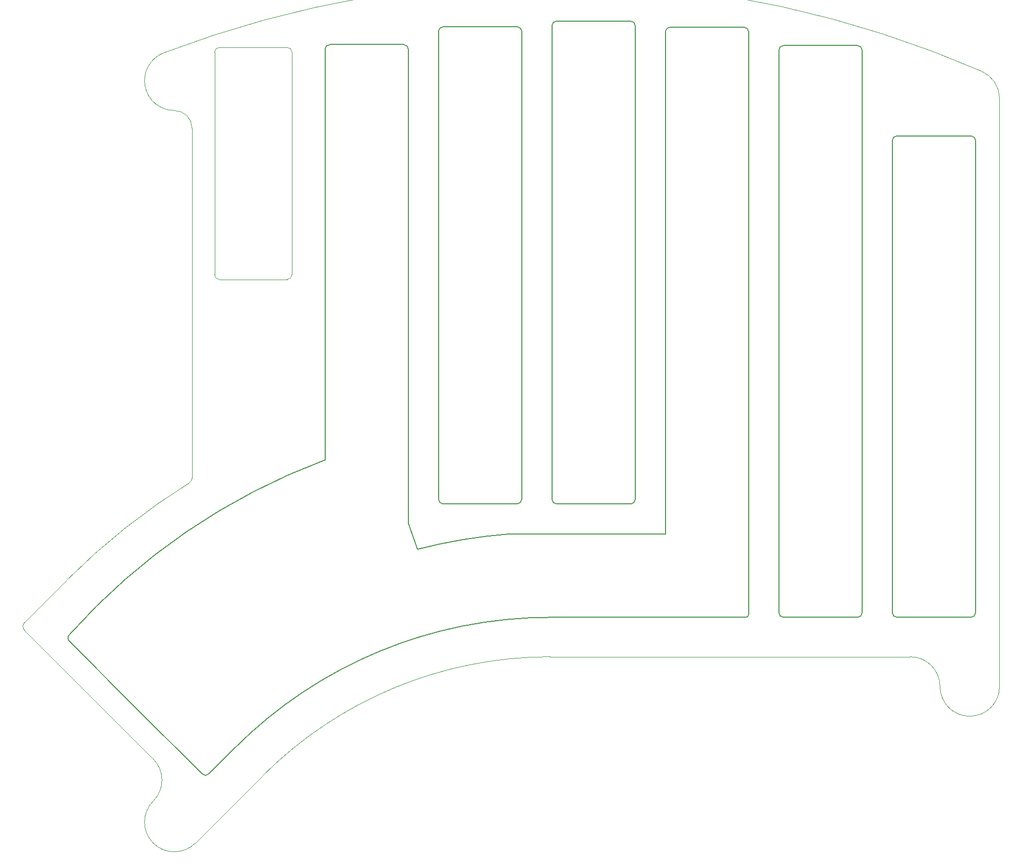
<source format=gm1>
%TF.GenerationSoftware,KiCad,Pcbnew,5.1.12-84ad8e8a86~92~ubuntu20.04.1*%
%TF.CreationDate,2021-11-17T01:01:51+01:00*%
%TF.ProjectId,LergoTopPlate_Alu_Rails,4c657267-6f54-46f7-9050-6c6174655f41,v1.A*%
%TF.SameCoordinates,Original*%
%TF.FileFunction,Profile,NP*%
%FSLAX46Y46*%
G04 Gerber Fmt 4.6, Leading zero omitted, Abs format (unit mm)*
G04 Created by KiCad (PCBNEW 5.1.12-84ad8e8a86~92~ubuntu20.04.1) date 2021-11-17 01:01:51*
%MOMM*%
%LPD*%
G01*
G04 APERTURE LIST*
%TA.AperFunction,Profile*%
%ADD10C,0.150000*%
%TD*%
%TA.AperFunction,Profile*%
%ADD11C,0.120000*%
%TD*%
%TA.AperFunction,Profile*%
%ADD12C,0.100000*%
%TD*%
G04 APERTURE END LIST*
D10*
X137950000Y-109342358D02*
X139444588Y-113682955D01*
X81029232Y-128026337D02*
G75*
G02*
X123950000Y-98666504I80731149J-71967263D01*
G01*
X154760001Y-111120001D02*
X181100000Y-111120000D01*
X195100000Y-124620000D02*
G75*
G02*
X194600000Y-125120000I-500000J0D01*
G01*
X139444588Y-113682956D02*
G75*
G02*
X154760001Y-111120001I22315793J-86310644D01*
G01*
X161760001Y-125120001D02*
X194600000Y-125120000D01*
X108818744Y-147047978D02*
G75*
G02*
X161760001Y-125120001I52941637J-52945622D01*
G01*
X123950000Y-35860000D02*
X123950000Y-98666504D01*
X137950000Y-109342358D02*
X137950000Y-35860000D01*
X143000000Y-32860000D02*
X143000000Y-99050000D01*
X157000000Y-99050000D02*
X157000000Y-32860000D01*
X162050000Y-31900000D02*
X162050000Y-99070000D01*
X176050000Y-99070000D02*
X176050000Y-31900000D01*
X181100000Y-32940000D02*
X181100000Y-111120000D01*
X195100000Y-124620000D02*
X195100000Y-32940000D01*
X200150000Y-36020000D02*
X200150000Y-118120000D01*
X214150000Y-118120000D02*
X214150000Y-36020000D01*
X219200000Y-51200000D02*
X219200000Y-118120000D01*
X233200000Y-118120000D02*
X233200000Y-51200000D01*
D11*
X73524848Y-127344018D02*
G75*
G02*
X73524848Y-125929804I707107J707107D01*
G01*
D12*
X95103365Y-148922535D02*
G75*
G02*
X95103365Y-155993603I-3535534J-3535534D01*
G01*
X102174433Y-163064671D02*
G75*
G02*
X95103365Y-155993603I-3535534J3535534D01*
G01*
X98641295Y-39932170D02*
G75*
G02*
X101614896Y-42905771I0J-2973601D01*
G01*
X98641295Y-39932170D02*
G75*
G02*
X96852971Y-30262004I-2396J4999999D01*
G01*
X222220381Y-131740000D02*
G75*
G02*
X227220381Y-136740000I0J-5000000D01*
G01*
X237220381Y-136740000D02*
G75*
G02*
X227220381Y-136740000I-5000000J0D01*
G01*
X101614896Y-101696929D02*
G75*
G02*
X101143092Y-102545766I-1000000J286D01*
G01*
X101614896Y-42905771D02*
X101614896Y-101696929D01*
X234214126Y-33343544D02*
G75*
G02*
X237220381Y-37928844I-1993745J-4585300D01*
G01*
X96852971Y-30262005D02*
G75*
G02*
X234214126Y-33343544I64907410J-169731595D01*
G01*
X80612709Y-118841943D02*
G75*
G02*
X101143092Y-102545766I81147672J-81151657D01*
G01*
X73524848Y-125929804D02*
X80612709Y-118841943D01*
X95103365Y-148922535D02*
X73524848Y-127344018D01*
X113500343Y-151733562D02*
X102174433Y-163064671D01*
X113500343Y-151733562D02*
G75*
G02*
X161760381Y-131743600I48260038J-48260038D01*
G01*
X161760381Y-131743600D02*
X222220381Y-131740000D01*
X237220381Y-37928844D02*
X237220381Y-136740000D01*
D10*
X104436291Y-151433648D02*
G75*
G02*
X103304920Y-151433649I-565686J565685D01*
G01*
X81026905Y-129155635D02*
G75*
G02*
X81026905Y-128024263I565686J565686D01*
G01*
X81026905Y-129155634D02*
X92185666Y-140314394D01*
X92185666Y-140314394D02*
X103304920Y-151433649D01*
X104436291Y-151433649D02*
X108820353Y-147049587D01*
X157000000Y-105250000D02*
G75*
G02*
X156200000Y-106050000I-800000J0D01*
G01*
X143800000Y-106050000D02*
G75*
G02*
X143000000Y-105250000I0J800000D01*
G01*
X157000000Y-105250000D02*
X157000000Y-99050000D01*
X143000000Y-99050000D02*
X143000000Y-105250000D01*
X143800000Y-106050000D02*
X156200000Y-106050000D01*
X123950000Y-29660000D02*
G75*
G02*
X124750000Y-28860000I800000J0D01*
G01*
X137150000Y-28860000D02*
G75*
G02*
X137950000Y-29660000I0J-800000D01*
G01*
X123950000Y-29660000D02*
X123950000Y-35860000D01*
X137950000Y-35860000D02*
X137950000Y-29660000D01*
X137150000Y-28860000D02*
X124750000Y-28860000D01*
X200150000Y-29820000D02*
G75*
G02*
X200950000Y-29020000I800000J0D01*
G01*
X213350000Y-29020000D02*
G75*
G02*
X214150000Y-29820000I0J-800000D01*
G01*
X200150000Y-29820000D02*
X200150000Y-36020000D01*
X214150000Y-36020000D02*
X214150000Y-29820000D01*
X213350000Y-29020000D02*
X200950000Y-29020000D01*
X162050000Y-25700000D02*
G75*
G02*
X162850000Y-24900000I800000J0D01*
G01*
X175250000Y-24900000D02*
G75*
G02*
X176050000Y-25700000I0J-800000D01*
G01*
X162050000Y-25700000D02*
X162050000Y-31900000D01*
X176050000Y-31900000D02*
X176050000Y-25700000D01*
X175250000Y-24900000D02*
X162850000Y-24900000D01*
X176050000Y-105270000D02*
G75*
G02*
X175250000Y-106070000I-800000J0D01*
G01*
X162850000Y-106070000D02*
G75*
G02*
X162050000Y-105270000I0J800000D01*
G01*
X176050000Y-105270000D02*
X176050000Y-99070000D01*
X162050000Y-99070000D02*
X162050000Y-105270000D01*
X162850000Y-106070000D02*
X175250000Y-106070000D01*
X143000000Y-26660000D02*
G75*
G02*
X143800000Y-25860000I800000J0D01*
G01*
X156200000Y-25860000D02*
G75*
G02*
X157000000Y-26660000I0J-800000D01*
G01*
X143000000Y-26660000D02*
X143000000Y-32860000D01*
X157000000Y-32860000D02*
X157000000Y-26660000D01*
X156200000Y-25860000D02*
X143800000Y-25860000D01*
X219200000Y-45000000D02*
G75*
G02*
X220000000Y-44200000I800000J0D01*
G01*
X232400000Y-44200000D02*
G75*
G02*
X233200000Y-45000000I0J-800000D01*
G01*
X219200000Y-45000000D02*
X219200000Y-51200000D01*
X233200000Y-51200000D02*
X233200000Y-45000000D01*
X232400000Y-44200000D02*
X220000000Y-44200000D01*
X233200000Y-124320000D02*
G75*
G02*
X232400000Y-125120000I-800000J0D01*
G01*
X220000000Y-125120000D02*
G75*
G02*
X219200000Y-124320000I0J800000D01*
G01*
X233200000Y-124320000D02*
X233200000Y-118120000D01*
X219200000Y-118120000D02*
X219200000Y-124320000D01*
X220000000Y-125120000D02*
X232400000Y-125120000D01*
X214150000Y-124320000D02*
G75*
G02*
X213350000Y-125120000I-800000J0D01*
G01*
X200950000Y-125120000D02*
G75*
G02*
X200150000Y-124320000I0J800000D01*
G01*
X214150000Y-124320000D02*
X214150000Y-118120000D01*
X200150000Y-118120000D02*
X200150000Y-124320000D01*
X200950000Y-125120000D02*
X213350000Y-125120000D01*
X181100000Y-26740000D02*
G75*
G02*
X181900000Y-25940000I800000J0D01*
G01*
X194300000Y-25940000D02*
G75*
G02*
X195100000Y-26740000I0J-800000D01*
G01*
X181100000Y-26740000D02*
X181100000Y-32940000D01*
X195100000Y-32940000D02*
X195100000Y-26740000D01*
X194300000Y-25940000D02*
X181900000Y-25940000D01*
D11*
X118400000Y-67527500D02*
G75*
G02*
X117600000Y-68327500I-800000J0D01*
G01*
X105400000Y-30127500D02*
G75*
G02*
X106200000Y-29327500I800000J0D01*
G01*
X106200000Y-68327500D02*
G75*
G02*
X105400000Y-67527500I0J800000D01*
G01*
X117600000Y-29327500D02*
G75*
G02*
X118400000Y-30127500I0J-800000D01*
G01*
X106200000Y-29327500D02*
X117600000Y-29327500D01*
X118400000Y-30127500D02*
X118400000Y-67527500D01*
X117600000Y-68327500D02*
X106200000Y-68327500D01*
X105400000Y-67527500D02*
X105400000Y-30127500D01*
M02*

</source>
